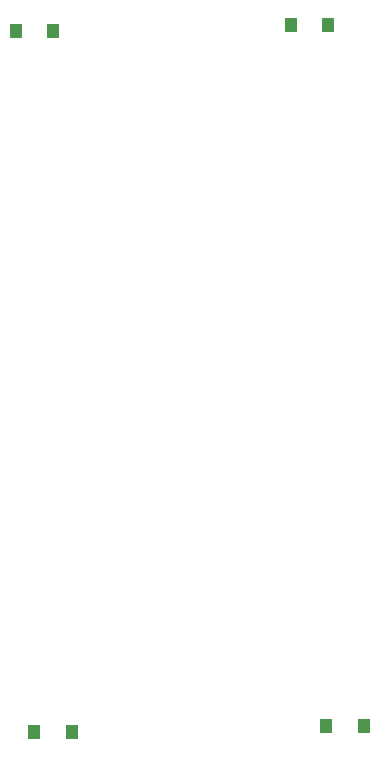
<source format=gtp>
G04*
G04 #@! TF.GenerationSoftware,Altium Limited,Altium Designer,24.9.1 (31)*
G04*
G04 Layer_Color=8421504*
%FSLAX25Y25*%
%MOIN*%
G70*
G04*
G04 #@! TF.SameCoordinates,8C3E2955-48CA-471D-9453-E4D1A35B8BF5*
G04*
G04*
G04 #@! TF.FilePolarity,Positive*
G04*
G01*
G75*
%ADD13R,0.04409X0.04803*%
D13*
X127886Y294435D02*
D03*
X115288D02*
D03*
X206971Y296518D02*
D03*
X219569D02*
D03*
X121536Y61000D02*
D03*
X134135D02*
D03*
X218701Y63000D02*
D03*
X231299D02*
D03*
M02*

</source>
